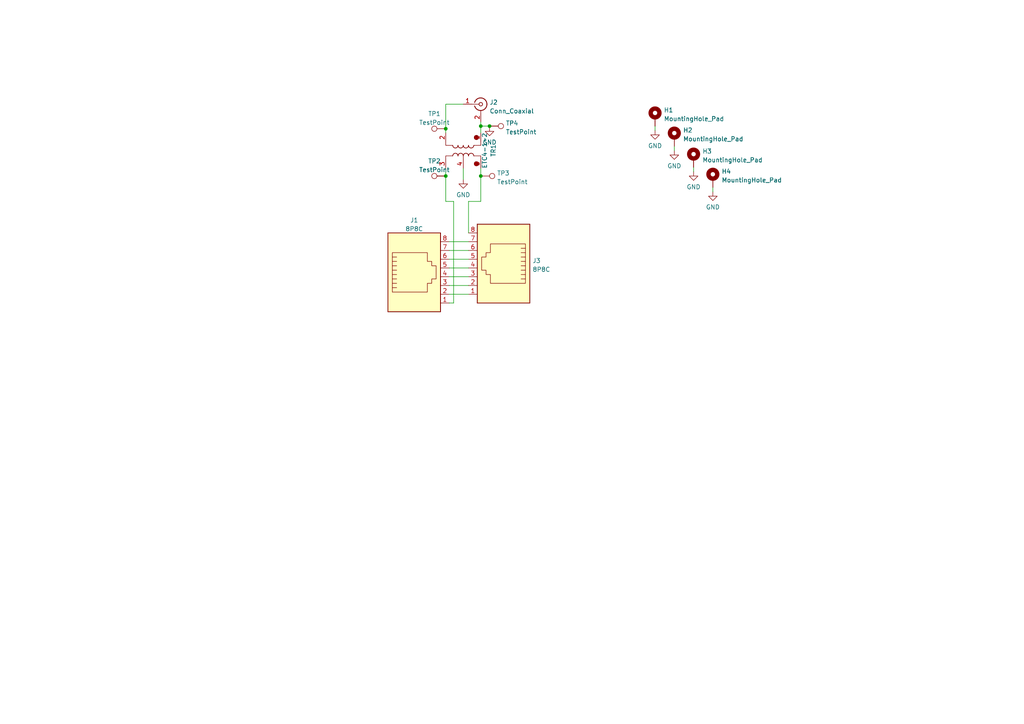
<source format=kicad_sch>
(kicad_sch (version 20211123) (generator eeschema)
  (paper "A4")
  (title_block (title "PatchLoop") (date "2023-02-25") (rev "1.0a") (company "Henning Paul DC4HP <hnch@gmx.net>") (comment 1 "License: CC BY-SA 3.0"))
  (lib_symbols
    (symbol "Connector:8P8C" (pin_names (offset 1.016))
      (property "Reference" "J" (at -5.08 13.97 0))
      (property "Value" "8P8C" (at 2.54 13.97 0))
      (symbol "8P8C_0_1"
        (polyline (pts (xy -5.08 4.445) (xy -6.35 4.445)))
        (polyline (pts (xy -5.08 5.715) (xy -6.35 5.715)))
        (polyline (pts (xy -6.35 -3.175) (xy -5.08 -3.175) (xy -5.08 -3.175)))
        (polyline (pts (xy -6.35 -1.905) (xy -5.08 -1.905) (xy -5.08 -1.905)))
        (polyline (pts (xy -6.35 -0.635) (xy -5.08 -0.635) (xy -5.08 -0.635)))
        (polyline (pts (xy -6.35 0.635) (xy -5.08 0.635) (xy -5.08 0.635)))
        (polyline (pts (xy -6.35 1.905) (xy -5.08 1.905) (xy -5.08 1.905)))
        (polyline (pts (xy -5.08 3.175) (xy -6.35 3.175) (xy -6.35 3.175)))
        (polyline (pts (xy -6.35 -4.445) (xy -6.35 6.985) (xy 3.81 6.985) (xy 3.81 4.445) (xy 5.08 4.445) (xy 5.08 3.175) (xy 6.35 3.175) (xy 6.35 -0.635) (xy 5.08 -0.635) (xy 5.08 -1.905) (xy 3.81 -1.905) (xy 3.81 -4.445) (xy -6.35 -4.445) (xy -6.35 -4.445)))
        (rectangle (start 7.62 12.7) (end -7.62 -10.16) (stroke (width 0.254)) (fill (type background)))
      )
      (symbol "8P8C_1_1"
        (pin passive line (at 10.16 -7.62 180) (length 2.54) (name "~") (number "1"))
        (pin passive line (at 10.16 -5.08 180) (length 2.54) (name "~") (number "2"))
        (pin passive line (at 10.16 -2.54 180) (length 2.54) (name "~") (number "3"))
        (pin passive line (at 10.16 0 180) (length 2.54) (name "~") (number "4"))
        (pin passive line (at 10.16 2.54 180) (length 2.54) (name "~") (number "5"))
        (pin passive line (at 10.16 5.08 180) (length 2.54) (name "~") (number "6"))
        (pin passive line (at 10.16 7.62 180) (length 2.54) (name "~") (number "7"))
        (pin passive line (at 10.16 10.16 180) (length 2.54) (name "~") (number "8"))
      )
    )
    (symbol "Connector:Conn_Coaxial" (pin_names (offset 1.016) hide)
      (property "Reference" "J" (at 0.254 3.048 0))
      (property "Value" "Conn_Coaxial" (at 2.921 0 90))
      (symbol "Conn_Coaxial_0_1"
        (arc (start -1.778 -0.508) (mid 0.2311 -1.8066) (end 1.778 0) (stroke (width 0.254)))
        (polyline (pts (xy -2.54 0) (xy -0.508 0)))
        (polyline (pts (xy 0 -2.54) (xy 0 -1.778)))
        (circle (center 0 0) (radius 0.508) (stroke (width 0.2032)))
        (arc (start 1.778 0) (mid 0.2099 1.8101) (end -1.778 0.508) (stroke (width 0.254)))
      )
      (symbol "Conn_Coaxial_1_1"
        (pin passive line (at -5.08 0 0) (length 2.54) (name "In") (number "1"))
        (pin passive line (at 0 -5.08 90) (length 2.54) (name "Ext") (number "2"))
      )
    )
    (symbol "Connector:TestPoint" (pin_numbers hide) (pin_names (offset 0.762) hide)
      (property "Reference" "TP" (at 0 6.858 0))
      (property "Value" "TestPoint" (at 0 5.08 0))
      (symbol "TestPoint_0_1"
        (circle (center 0 3.302) (radius 0.762))
      )
      (symbol "TestPoint_1_1"
        (pin passive line (at 0 0 90) (length 2.54) (name "1") (number "1"))
      )
    )
    (symbol "Mechanical:MountingHole_Pad" (pin_numbers hide) (pin_names (offset 1.016) hide)
      (property "Reference" "H" (at 0 6.35 0))
      (property "Value" "MountingHole_Pad" (at 0 4.445 0))
      (symbol "MountingHole_Pad_0_1"
        (circle (center 0 1.27) (radius 1.27) (stroke (width 1.27)))
      )
      (symbol "MountingHole_Pad_1_1"
        (pin input line (at 0 -2.54 90) (length 2.54) (name "1") (number "1"))
      )
    )
    (symbol "adrf:ETC4-1-2" (pin_names hide)
      (property "Reference" "TR" (at 0 6.35 0))
      (property "Value" "ETC4-1-2" (at 0 -6.985 0))
      (symbol "ETC4-1-2_0_1"
        (circle (center -3.81 3.81) (radius 0.635) (fill (type outline)))
        (arc (start -1.524 -3.048) (mid -0.762 -2.286) (end -1.524 -1.524) (stroke (width 0.2032)))
        (arc (start -1.524 -1.524) (mid -0.762 -0.762) (end -1.524 0) (stroke (width 0.2032)))
        (arc (start -1.524 0) (mid -0.762 0.762) (end -1.524 1.524) (stroke (width 0.2032)))
        (arc (start -1.524 1.524) (mid -0.762 2.286) (end -1.524 3.048) (stroke (width 0.2032)))
        (polyline (pts (xy 2.54 0) (xy 1.27 0)) (stroke (width 0.1524)))
        (polyline (pts (xy -2.54 5.08) (xy -1.524 5.08) (xy -1.524 3.048)) (stroke (width 0.1524)))
        (polyline (pts (xy -1.524 -3.048) (xy -1.524 -5.08) (xy -2.54 -5.08)) (stroke (width 0.1524)))
        (polyline (pts (xy 1.524 3.048) (xy 1.524 5.08) (xy 2.54 5.08)) (stroke (width 0.1524)))
        (polyline (pts (xy 2.54 -5.08) (xy 1.524 -5.08) (xy 1.524 -3.048)) (stroke (width 0.1524)))
        (arc (start 1.524 -1.524) (mid 0.762 -2.286) (end 1.524 -3.048) (stroke (width 0.2032)))
        (arc (start 1.524 0) (mid 0.762 -0.762) (end 1.524 -1.524) (stroke (width 0.2032)))
        (arc (start 1.524 1.524) (mid 0.762 0.762) (end 1.524 0) (stroke (width 0.2032)))
        (arc (start 1.524 3.048) (mid 0.762 2.286) (end 1.524 1.524) (stroke (width 0.2032)))
        (circle (center 3.81 3.81) (radius 0.635) (fill (type outline)))
      )
      (symbol "ETC4-1-2_1_1"
        (pin passive line (at -5.08 5.08 0) (length 2.54) (name "~") (number "1"))
        (pin passive line (at -5.08 -5.08 0) (length 2.54) (name "~") (number "2"))
        (pin passive line (at 5.08 -5.08 180) (length 2.54) (name "~") (number "3"))
        (pin passive line (at 5.08 0 180) (length 2.54) (name "~") (number "4"))
        (pin no_connect line (at -2.54 0 0) (length 2.54) hide (name "~") (number "5"))
        (pin passive line (at 5.08 5.08 180) (length 2.54) (name "~") (number "5"))
      )
    )
    (symbol "power:GND" (power) (pin_names (offset 0))
      (property "Value" "GND" (at 0 -3.81 0))
      (symbol "GND_0_1"
        (polyline (pts (xy 0 0) (xy 0 -1.27) (xy 1.27 -1.27) (xy 0 -2.54) (xy -1.27 -1.27) (xy 0 -1.27)))
      )
      (symbol "GND_1_1"
        (pin power_in line (at 0 0 270) (length 0) hide (name "GND") (number "1"))
      )
    )
  )
  (junction (at 141.986 36.576))
  (junction (at 139.446 36.576))
  (junction (at 129.286 37.338))
  (junction (at 129.286 51.054))
  (junction (at 139.446 51.054))
  (wire (pts (xy 135.89 58.42) (xy 139.446 58.42)))
  (wire (pts (xy 139.446 36.576) (xy 141.986 36.576)))
  (wire (pts (xy 130.302 72.644) (xy 135.89 72.644)))
  (wire (pts (xy 206.756 54.356) (xy 206.756 55.626)))
  (wire (pts (xy 130.302 87.884) (xy 131.572 87.884)))
  (wire (pts (xy 130.302 77.724) (xy 135.89 77.724)))
  (wire (pts (xy 134.366 30.226) (xy 129.286 30.226)))
  (wire (pts (xy 139.446 58.42) (xy 139.446 51.054)))
  (wire (pts (xy 189.992 36.576) (xy 189.992 37.846)))
  (wire (pts (xy 129.286 37.338) (xy 129.286 38.608)))
  (wire (pts (xy 130.302 75.184) (xy 135.89 75.184)))
  (wire (pts (xy 130.302 85.344) (xy 135.89 85.344)))
  (wire (pts (xy 129.286 30.226) (xy 129.286 37.338)))
  (wire (pts (xy 195.58 42.418) (xy 195.58 43.688)))
  (wire (pts (xy 130.302 82.804) (xy 135.89 82.804)))
  (wire (pts (xy 201.168 48.514) (xy 201.168 49.784)))
  (wire (pts (xy 134.366 48.768) (xy 134.366 52.07)))
  (wire (pts (xy 129.286 58.42) (xy 131.572 58.42)))
  (wire (pts (xy 129.286 58.42) (xy 129.286 51.054)))
  (wire (pts (xy 131.572 58.42) (xy 131.572 87.884)))
  (wire (pts (xy 139.446 36.576) (xy 139.446 38.608)))
  (wire (pts (xy 139.446 35.306) (xy 139.446 36.576)))
  (wire (pts (xy 141.986 36.576) (xy 141.986 36.83)))
  (wire (pts (xy 129.286 51.054) (xy 129.286 48.768)))
  (wire (pts (xy 139.446 51.054) (xy 139.446 48.768)))
  (wire (pts (xy 130.302 70.104) (xy 135.89 70.104)))
  (wire (pts (xy 135.89 67.564) (xy 135.89 58.42)))
  (wire (pts (xy 130.302 80.264) (xy 135.89 80.264)))
  (symbol (lib_id "Connector:TestPoint") (at 129.286 37.338 90) (unit 1)
    (property "Reference" "TP1" (at 125.984 33.0032 90))
    (property "Value" "TestPoint" (at 125.984 35.5401 90))
    (property "Footprint" "TestPoint:TestPoint_THTPad_D2.0mm_Drill1.0mm" (effects hide))
  )
  (symbol (lib_id "Connector:TestPoint") (at 139.446 51.054 270) (unit 1)
    (property "Reference" "TP3" (at 144.145 50.2193 90) (effects (justify left)))
    (property "Value" "TestPoint" (at 144.145 52.7562 90) (effects (justify left)))
    (property "Footprint" "TestPoint:TestPoint_THTPad_D2.0mm_Drill1.0mm" (effects hide))
  )
  (symbol (lib_id "power:GND") (at 201.168 49.784 0) (unit 1)
    (property "Reference" "#PWR05" (effects hide))
    (property "Value" "GND" (at 201.168 54.2274 0))
  )
  (symbol (lib_id "Mechanical:MountingHole_Pad") (at 195.58 39.878 0) (unit 1)
    (property "Reference" "H2" (at 198.12 37.7733 0) (effects (justify left)))
    (property "Value" "MountingHole_Pad" (at 198.12 40.3102 0) (effects (justify left)))
    (property "Footprint" "MountingHole:MountingHole_3.2mm_M3_DIN965_Pad" (effects hide))
  )
  (symbol (lib_id "power:GND") (at 189.992 37.846 0) (unit 1)
    (property "Reference" "#PWR03" (effects hide))
    (property "Value" "GND" (at 189.992 42.2894 0))
  )
  (symbol (lib_id "power:GND") (at 206.756 55.626 0) (unit 1)
    (property "Reference" "#PWR06" (effects hide))
    (property "Value" "GND" (at 206.756 60.0694 0))
  )
  (symbol (lib_id "Mechanical:MountingHole_Pad") (at 201.168 45.974 0) (unit 1)
    (property "Reference" "H3" (at 203.708 43.8693 0) (effects (justify left)))
    (property "Value" "MountingHole_Pad" (at 203.708 46.4062 0) (effects (justify left)))
    (property "Footprint" "MountingHole:MountingHole_3.2mm_M3_DIN965_Pad" (effects hide))
  )
  (symbol (lib_id "Connector:Conn_Coaxial") (at 139.446 30.226 0) (unit 1)
    (property "Reference" "J2" (at 141.986 29.6845 0) (effects (justify left)))
    (property "Value" "Conn_Coaxial" (at 141.986 32.2214 0) (effects (justify left)))
    (property "Footprint" "Connector_Coaxial:SMA_Samtec_SMA-J-P-X-ST-EM1_EdgeMount" (effects hide))
    (property "Datasheet" " ~" (effects hide))
  )
  (symbol (lib_id "power:GND") (at 141.986 36.83 0) (unit 1)
    (property "Reference" "#PWR02" (effects hide))
    (property "Value" "GND" (at 141.986 41.2734 0))
  )
  (symbol (lib_id "power:GND") (at 134.366 52.07 0) (unit 1)
    (property "Reference" "#PWR01" (effects hide))
    (property "Value" "GND" (at 134.366 56.5134 0))
  )
  (symbol (lib_id "Mechanical:MountingHole_Pad") (at 206.756 51.816 0) (unit 1)
    (property "Reference" "H4" (at 209.296 49.7113 0) (effects (justify left)))
    (property "Value" "MountingHole_Pad" (at 209.296 52.2482 0) (effects (justify left)))
    (property "Footprint" "MountingHole:MountingHole_3.2mm_M3_DIN965_Pad" (effects hide))
  )
  (symbol (lib_id "Connector:TestPoint") (at 129.286 51.054 90) (unit 1)
    (property "Reference" "TP2" (at 125.984 46.7192 90))
    (property "Value" "TestPoint" (at 125.984 49.2561 90))
    (property "Footprint" "TestPoint:TestPoint_THTPad_D2.0mm_Drill1.0mm" (effects hide))
  )
  (symbol (lib_id "adrf:ETC4-1-2") (at 134.366 43.688 270) (unit 1)
    (property "Reference" "TR1" (at 143.095 43.688 0))
    (property "Value" "ETC4-1-2" (at 140.5581 43.688 0))
    (property "Footprint" "Transformer_SMD:Transformer_MACOM_SM-22" (effects hide))
    (property "Datasheet" "https://cdn.macom.com/datasheets/ETC4-1-2-TR.pdf" (effects hide))
  )
  (symbol (lib_id "Connector:8P8C") (at 146.05 77.724 0) (mirror y) (unit 1)
    (property "Reference" "J3" (at 154.432 75.6193 0) (effects (justify right)))
    (property "Value" "8P8C" (at 154.432 78.1562 0) (effects (justify right)))
    (property "Footprint" "Connector_RJ:RJ45_Amphenol_54602-x08_Horizontal" (effects hide))
  )
  (symbol (lib_id "power:GND") (at 195.58 43.688 0) (unit 1)
    (property "Reference" "#PWR04" (effects hide))
    (property "Value" "GND" (at 195.58 48.1314 0))
  )
  (symbol (lib_id "Connector:TestPoint") (at 141.986 36.576 270) (unit 1)
    (property "Reference" "TP4" (at 146.685 35.7413 90) (effects (justify left)))
    (property "Value" "TestPoint" (at 146.685 38.2782 90) (effects (justify left)))
    (property "Footprint" "TestPoint:TestPoint_THTPad_D2.0mm_Drill1.0mm" (effects hide))
  )
  (symbol (lib_id "Connector:8P8C") (at 120.142 80.264 0) (unit 1)
    (property "Reference" "J1" (at 120.142 63.8642 0))
    (property "Value" "8P8C" (at 120.142 66.4011 0))
    (property "Footprint" "Connector_RJ:RJ45_Amphenol_54602-x08_Horizontal" (effects hide))
  )
  (symbol (lib_id "Mechanical:MountingHole_Pad") (at 189.992 34.036 0) (unit 1)
    (property "Reference" "H1" (at 192.532 31.9313 0) (effects (justify left)))
    (property "Value" "MountingHole_Pad" (at 192.532 34.4682 0) (effects (justify left)))
    (property "Footprint" "MountingHole:MountingHole_3.2mm_M3_DIN965_Pad" (effects hide))
  )
)
</source>
